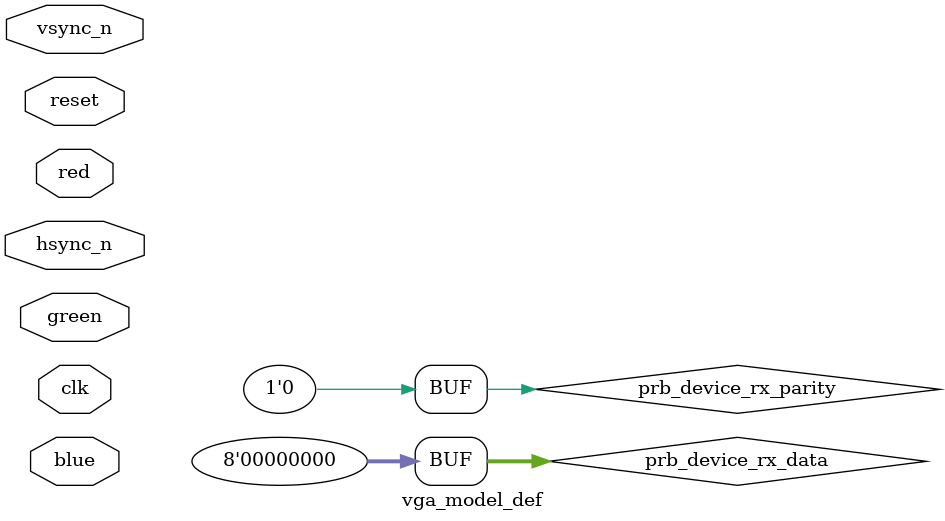
<source format=v>
/**********************************************************************/
/*                                                                    */
/*             -------                                                */
/*            /   SOC  \                                              */
/*           /    GEN   \                                             */
/*          /     SIM    \                                            */
/*          ==============                                            */
/*          |            |                                            */
/*          |____________|                                            */
/*                                                                    */
/*  Clock and Reset generator for simulations                          */
/*                                                                    */
/*                                                                    */
/*  Author(s):                                                        */
/*      - John Eaton, jt_eaton@opencores.org                          */
/*                                                                    */
/**********************************************************************/
/*                                                                    */
/*    Copyright (C) <2010>  <Ouabache Design Works>                   */
/*                                                                    */
/*  This source file may be used and distributed without              */
/*  restriction provided that this copyright statement is not         */
/*  removed from the file and that any derivative work contains       */
/*  the original copyright notice and the associated disclaimer.      */
/*                                                                    */
/*  This source file is free software; you can redistribute it        */
/*  and/or modify it under the terms of the GNU Lesser General        */
/*  Public License as published by the Free Software Foundation;      */
/*  either version 2.1 of the License, or (at your option) any        */
/*  later version.                                                    */
/*                                                                    */
/*  This source is distributed in the hope that it will be            */
/*  useful, but WITHOUT ANY WARRANTY; without even the implied        */
/*  warranty of MERCHANTABILITY or FITNESS FOR A PARTICULAR           */
/*  PURPOSE.  See the GNU Lesser General Public License for more      */
/*  details.                                                          */
/*                                                                    */
/*  You should have received a copy of the GNU Lesser General         */
/*  Public License along with this source; if not, download it        */
/*  from http://www.opencores.org/lgpl.shtml                          */
/*                                                                    */
/**********************************************************************/
 module 
  vga_model_def 
     (
 input   wire                 clk,
 input   wire                 hsync_n,
 input   wire                 reset,
 input   wire                 vsync_n,
 input   wire    [ 1 :  0]        blue,
 input   wire    [ 2 :  0]        green,
 input   wire    [ 2 :  0]        red);
reg                        exp_device_rx_parity;
reg                        mask_device_rx_parity;
reg     [ 7 :  0]              exp_device_rx_data;
reg     [ 7 :  0]              mask_device_rx_data;
wire                        drv_device_rx_parity;
wire                        prb_device_rx_parity;
wire     [ 7 :  0]              drv_device_rx_data;
wire     [ 7 :  0]              prb_device_rx_data;
assign prb_device_rx_data = 8'h00;
assign  prb_device_rx_parity = 1'b0;
always@(posedge clk)
  if(reset)
   mask_device_rx_parity <= 1'b0;
  else
   mask_device_rx_parity <= 1'b0;
always@(posedge clk)
  if(reset)
   mask_device_rx_data <= 8'b0;
  else
   mask_device_rx_data <= 8'b0;
reg [23:0] red_h_cnt;
reg [23:0] green_h_cnt;
reg [23:0] blue_h_cnt;
reg [23:0] red_h_lat;
reg [23:0] green_h_lat;
reg [23:0] blue_h_lat;
reg [47:0] v_cnt;
reg [47:0] v_lat;
reg hsync;
reg vsync;
always@(posedge clk)
if(reset)             hsync <= 1'b0;
else                  hsync <= !hsync_n;
always@(posedge clk)
if(reset)             vsync <= 1'b0;
else                  vsync <= !vsync_n;
always@(posedge clk)
if(reset || (hsync))               red_h_cnt <= 24'h0;
else                               red_h_cnt <= red_h_cnt + red;
always@(posedge clk)
if   (reset)                       red_h_lat <= 24'h0;
else if(!hsync_n &&(!hsync))       red_h_lat <= red_h_cnt;
else                               red_h_lat <= red_h_lat;
always@(posedge clk)
if(reset || (hsync))               green_h_cnt <= 24'h0;
else                               green_h_cnt <= green_h_cnt + green;
always@(posedge clk)
if   (reset)                       green_h_lat <= 24'h0;
else if(!hsync_n &&(!hsync))       green_h_lat <= green_h_cnt;
else                               green_h_lat <= green_h_lat;
always@(posedge clk)
if(reset || (hsync))               blue_h_cnt <= 24'h0;
else                               blue_h_cnt <= blue_h_cnt + blue;
always@(posedge clk)
if   (reset)                       blue_h_lat <= 24'h0;
else if(!hsync_n &&(!hsync))       blue_h_lat <= blue_h_lat;
else                               blue_h_lat <= blue_h_cnt;
always@(posedge clk)
if   (reset)                       v_cnt      <= 48'h0;
else if(!hsync_n &&(!hsync))       v_cnt      <= red_h_cnt + green_h_cnt + blue_h_cnt + v_cnt;
else                               v_cnt      <= v_cnt;
always@(posedge clk)
if   (reset)                       v_lat <= 48'h0;
else if(!vsync_n &&(vsync))        v_lat <= v_cnt;
else                               v_lat <= v_lat;
/*
io_probe_def 
#(.MESG   ("vga data receive error"),
  .WIDTH  (8)
  )
rx_shift_buffer_prb   
(
  .clk           ( clk ),
  .drive_value   (8'bzzzzzzzz), 
  .expected_value( exp_rx_shift_buffer),
  .mask          ( mask_rx_shift_buffer),
  .signal        ( prb_rx_shift_buffer)
);      
io_probe_def 
#(.MESG   ("vga parity error"))
rx_parity_err_prb   
(
  .clk           ( clk ),
  .drive_value   (1'bz), 
  .expected_value( exp_rx_parity_err),
  .mask          ( mask_rx_parity_err),
  .signal        ( prb_rx_parity_err)
);      
*/
  endmodule

</source>
